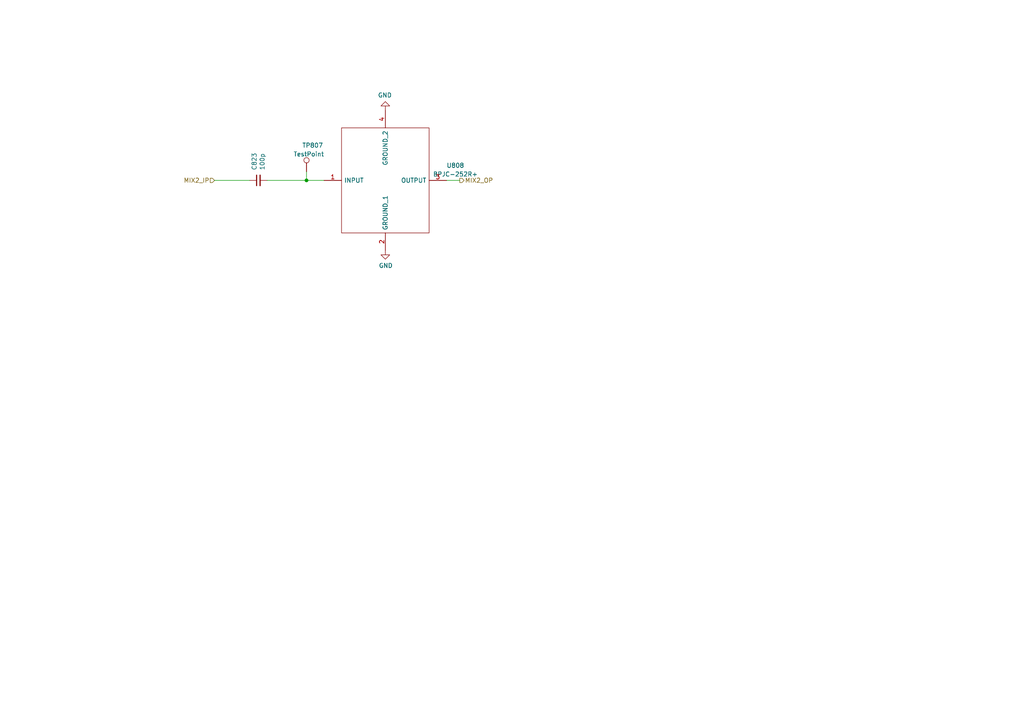
<source format=kicad_sch>
(kicad_sch (version 20211123) (generator eeschema)
  (paper "A4")
  (title_block (title "SatNOGS COMMS") (date "2020-02-20") (comment 1 "CERN OHL version 1.2"))
  (lib_symbols
    (symbol "BPJC-252R+:BPJC-252R+" (pin_names (offset 0.762))
      (property "Reference" "FL" (at 31.75 20.32 0))
      (property "Value" "BPJC-252R+" (at 31.75 17.78 0))
      (symbol "BPJC-252R+_0_0"
        (pin passive line (at 0 0 0) (length 5.08) (name "INPUT") (number "1"))
        (pin passive line (at 17.78 -20.32 90) (length 5.08) (name "GROUND_1") (number "2"))
        (pin passive line (at 35.56 0 180) (length 5.08) (name "OUTPUT") (number "3"))
        (pin passive line (at 17.78 20.32 270) (length 5.08) (name "GROUND_2") (number "4"))
      )
      (symbol "BPJC-252R+_0_1"
        (polyline (pts (xy 5.08 15.24) (xy 30.48 15.24) (xy 30.48 -15.24) (xy 5.08 -15.24) (xy 5.08 15.24)) (stroke (width 0.1524)))
      )
    )
    (symbol "Connector:TestPoint" (pin_numbers hide) (pin_names (offset 0.762) hide)
      (property "Reference" "TP" (at 0 6.858 0))
      (property "Value" "TestPoint" (at 0 5.08 0))
      (symbol "TestPoint_0_1"
        (circle (center 0 3.302) (radius 0.762))
      )
      (symbol "TestPoint_1_1"
        (pin passive line (at 0 0 90) (length 2.54) (name "1") (number "1"))
      )
    )
    (symbol "Device:C_Small" (pin_numbers hide) (pin_names (offset 0.254) hide)
      (property "Reference" "C" (at 0.254 1.778 0))
      (property "Value" "C_Small" (at 0.254 -2.032 0))
      (symbol "C_Small_0_1"
        (polyline (pts (xy -1.524 -0.508) (xy 1.524 -0.508)) (stroke (width 0.3302)))
        (polyline (pts (xy -1.524 0.508) (xy 1.524 0.508)) (stroke (width 0.3048)))
      )
      (symbol "C_Small_1_1"
        (pin passive line (at 0 2.54 270) (length 2.032) (name "~") (number "1"))
        (pin passive line (at 0 -2.54 90) (length 2.032) (name "~") (number "2"))
      )
    )
    (symbol "power:GND" (power) (pin_names (offset 0))
      (property "Value" "GND" (at 0 -3.81 0))
      (symbol "GND_0_1"
        (polyline (pts (xy 0 0) (xy 0 -1.27) (xy 1.27 -1.27) (xy 0 -2.54) (xy -1.27 -1.27) (xy 0 -1.27)))
      )
      (symbol "GND_1_1"
        (pin power_in line (at 0 0 270) (length 0) hide (name "GND") (number "1"))
      )
    )
  )
  (junction (at 88.9 52.324))
  (wire (pts (xy 88.9 52.324) (xy 88.9 49.784)))
  (wire (pts (xy 129.54 52.324) (xy 133.35 52.324)))
  (wire (pts (xy 62.23 52.324) (xy 72.39 52.324)))
  (wire (pts (xy 77.47 52.324) (xy 88.9 52.324)))
  (wire (pts (xy 88.9 52.324) (xy 93.98 52.324)))
  (hierarchical_label "MIX2_IP" (shape input) (at 62.23 52.324 180))
  (hierarchical_label "MIX2_OP" (shape output) (at 133.35 52.324 0))
  (symbol (lib_id "power:GND") (at 111.76 72.644 0) (unit 1)
    (property "Reference" "#PWR0821" (effects hide))
    (property "Value" "GND" (at 111.887 77.0382 0))
  )
  (symbol (lib_id "Connector:TestPoint") (at 88.9 49.784 0) (unit 1) (in_bom no)
    (property "Reference" "TP807" (at 87.63 42.164 0) (effects (justify left)))
    (property "Value" "TestPoint" (at 85.09 44.704 0) (effects (justify left)))
    (property "Footprint" "lsf-kicad-lib:TestPoint_D0.8mm_Mask-Only" (effects hide))
  )
  (symbol (lib_id "Device:C_Small") (at 74.93 52.324 90) (unit 1)
    (property "Reference" "C823" (at 73.7616 49.403 0) (effects (justify left)))
    (property "Value" "100p" (at 76.073 49.403 0) (effects (justify left)))
    (property "Footprint" "Capacitor_SMD:C_0402_1005Metric" (effects hide))
    (property "Mnf." "KEMET" (effects hide))
    (property "Description" "Capacitor, 0402, 5%, 50V, NPO/COG" (effects hide))
    (property "PartNumber" "CBR04C101J3GAC" (effects hide))
  )
  (symbol (lib_id "BPJC-252R+:BPJC-252R+") (at 93.98 52.324 0) (unit 1)
    (property "Reference" "U808" (at 132.08 47.9933 0))
    (property "Value" "BPJC-252R+" (at 132.08 50.5333 0))
    (property "Footprint" "satnogs-comms-lib:BPJC252R" (effects hide))
    (property "Description" "Signal Conditioning BANDPASS FLTR / SURF MT / RoHS" (effects hide))
    (property "Height" "0.61" (effects hide))
    (property "Manufacturer_Name" "Mini-Circuits" (effects hide))
    (property "Manufacturer_Part_Number" "BPJC-252R+" (effects hide))
  )
  (symbol (lib_id "power:GND") (at 111.76 32.004 180) (unit 1)
    (property "Reference" "#PWR0122" (effects hide))
    (property "Value" "GND" (at 111.633 27.6098 0))
  )
)
</source>
